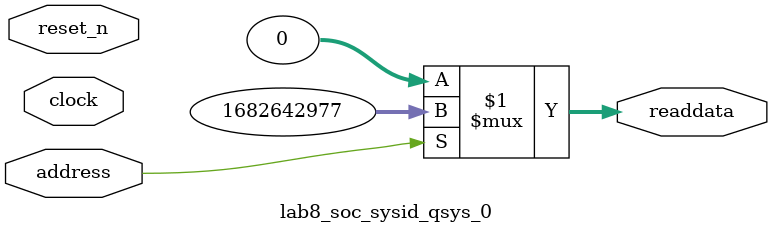
<source format=v>



// synthesis translate_off
`timescale 1ns / 1ps
// synthesis translate_on

// turn off superfluous verilog processor warnings 
// altera message_level Level1 
// altera message_off 10034 10035 10036 10037 10230 10240 10030 

module lab8_soc_sysid_qsys_0 (
               // inputs:
                address,
                clock,
                reset_n,

               // outputs:
                readdata
             )
;

  output  [ 31: 0] readdata;
  input            address;
  input            clock;
  input            reset_n;

  wire    [ 31: 0] readdata;
  //control_slave, which is an e_avalon_slave
  assign readdata = address ? 1682642977 : 0;

endmodule



</source>
